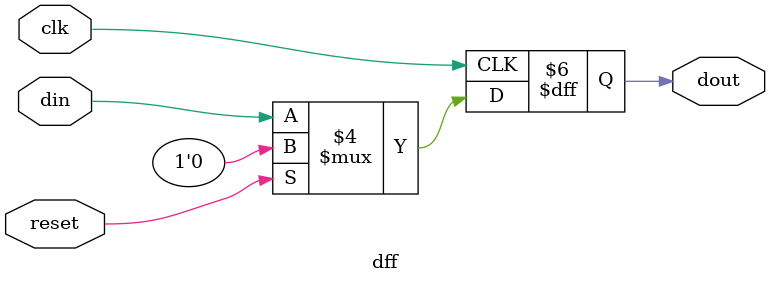
<source format=v>
`timescale 1ns/1ps

module dff(
           clk,
           reset,
           din,
           dout);


    input clk,
          din,
          reset;

    output reg dout;

    always @(posedge clk)
        begin
          if(reset == 1'b1) dout <= 1'b0;

          else dout <= din;
        end

endmodule
</source>
